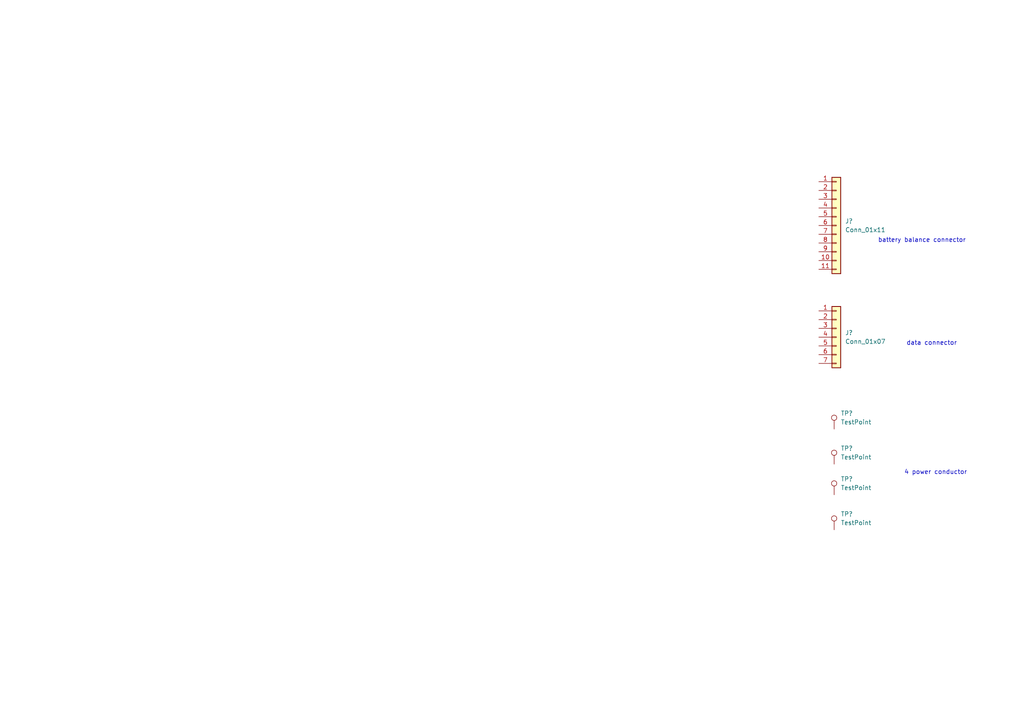
<source format=kicad_sch>
(kicad_sch (version 20211123) (generator eeschema)
  (paper "A4")
  (lib_symbols
    (symbol "Connector:TestPoint" (pin_numbers hide) (pin_names (offset 0.762) hide)
      (property "Reference" "TP" (at 0 6.858 0))
      (property "Value" "TestPoint" (at 0 5.08 0))
      (symbol "TestPoint_0_1"
        (circle (center 0 3.302) (radius 0.762))
      )
      (symbol "TestPoint_1_1"
        (pin passive line (at 0 0 90) (length 2.54) (name "1") (number "1"))
      )
    )
    (symbol "Connector_Generic:Conn_01x07" (pin_names (offset 1.016) hide)
      (property "Reference" "J" (at 0 10.16 0))
      (property "Value" "Conn_01x07" (at 0 -10.16 0))
      (symbol "Conn_01x07_1_1"
        (rectangle (start -1.27 -7.493) (end 0 -7.747) (stroke (width 0.1524)))
        (rectangle (start -1.27 -4.953) (end 0 -5.207) (stroke (width 0.1524)))
        (rectangle (start -1.27 -2.413) (end 0 -2.667) (stroke (width 0.1524)))
        (rectangle (start -1.27 0.127) (end 0 -0.127) (stroke (width 0.1524)))
        (rectangle (start -1.27 2.667) (end 0 2.413) (stroke (width 0.1524)))
        (rectangle (start -1.27 5.207) (end 0 4.953) (stroke (width 0.1524)))
        (rectangle (start -1.27 7.747) (end 0 7.493) (stroke (width 0.1524)))
        (rectangle (start -1.27 8.89) (end 1.27 -8.89) (stroke (width 0.254)) (fill (type background)))
        (pin passive line (at -5.08 7.62 0) (length 3.81) (name "Pin_1") (number "1"))
        (pin passive line (at -5.08 5.08 0) (length 3.81) (name "Pin_2") (number "2"))
        (pin passive line (at -5.08 2.54 0) (length 3.81) (name "Pin_3") (number "3"))
        (pin passive line (at -5.08 0 0) (length 3.81) (name "Pin_4") (number "4"))
        (pin passive line (at -5.08 -2.54 0) (length 3.81) (name "Pin_5") (number "5"))
        (pin passive line (at -5.08 -5.08 0) (length 3.81) (name "Pin_6") (number "6"))
        (pin passive line (at -5.08 -7.62 0) (length 3.81) (name "Pin_7") (number "7"))
      )
    )
    (symbol "Connector_Generic:Conn_01x11" (pin_names (offset 1.016) hide)
      (property "Reference" "J" (at 0 15.24 0))
      (property "Value" "Conn_01x11" (at 0 -15.24 0))
      (symbol "Conn_01x11_1_1"
        (rectangle (start -1.27 -12.573) (end 0 -12.827) (stroke (width 0.1524)))
        (rectangle (start -1.27 -10.033) (end 0 -10.287) (stroke (width 0.1524)))
        (rectangle (start -1.27 -7.493) (end 0 -7.747) (stroke (width 0.1524)))
        (rectangle (start -1.27 -4.953) (end 0 -5.207) (stroke (width 0.1524)))
        (rectangle (start -1.27 -2.413) (end 0 -2.667) (stroke (width 0.1524)))
        (rectangle (start -1.27 0.127) (end 0 -0.127) (stroke (width 0.1524)))
        (rectangle (start -1.27 2.667) (end 0 2.413) (stroke (width 0.1524)))
        (rectangle (start -1.27 5.207) (end 0 4.953) (stroke (width 0.1524)))
        (rectangle (start -1.27 7.747) (end 0 7.493) (stroke (width 0.1524)))
        (rectangle (start -1.27 10.287) (end 0 10.033) (stroke (width 0.1524)))
        (rectangle (start -1.27 12.827) (end 0 12.573) (stroke (width 0.1524)))
        (rectangle (start -1.27 13.97) (end 1.27 -13.97) (stroke (width 0.254)) (fill (type background)))
        (pin passive line (at -5.08 12.7 0) (length 3.81) (name "Pin_1") (number "1"))
        (pin passive line (at -5.08 -10.16 0) (length 3.81) (name "Pin_10") (number "10"))
        (pin passive line (at -5.08 -12.7 0) (length 3.81) (name "Pin_11") (number "11"))
        (pin passive line (at -5.08 10.16 0) (length 3.81) (name "Pin_2") (number "2"))
        (pin passive line (at -5.08 7.62 0) (length 3.81) (name "Pin_3") (number "3"))
        (pin passive line (at -5.08 5.08 0) (length 3.81) (name "Pin_4") (number "4"))
        (pin passive line (at -5.08 2.54 0) (length 3.81) (name "Pin_5") (number "5"))
        (pin passive line (at -5.08 0 0) (length 3.81) (name "Pin_6") (number "6"))
        (pin passive line (at -5.08 -2.54 0) (length 3.81) (name "Pin_7") (number "7"))
        (pin passive line (at -5.08 -5.08 0) (length 3.81) (name "Pin_8") (number "8"))
        (pin passive line (at -5.08 -7.62 0) (length 3.81) (name "Pin_9") (number "9"))
      )
    )
  )
  (text "4 power conductor" (at 262.255 137.795 0) (effects (font (size 1.27 1.27)) (justify left bottom)))
  (text "data connector" (at 262.89 100.33 0) (effects (font (size 1.27 1.27)) (justify left bottom)))
  (text "battery balance connector" (at 254.635 70.485 0) (effects (font (size 1.27 1.27)) (justify left bottom)))
  (symbol (lib_id "Connector_Generic:Conn_01x11") (at 242.57 65.405 0) (unit 1)
    (property "Reference" "J?" (at 245.11 64.1349 0) (effects (justify left)))
    (property "Value" "Conn_01x11" (at 245.11 66.6749 0) (effects (justify left)))
  )
  (symbol (lib_id "Connector:TestPoint") (at 241.935 124.46 0) (unit 1)
    (property "Reference" "TP?" (at 243.84 119.8879 0) (effects (justify left)))
    (property "Value" "TestPoint" (at 243.84 122.4279 0) (effects (justify left)))
  )
  (symbol (lib_id "Connector:TestPoint") (at 241.935 153.67 0) (unit 1)
    (property "Reference" "TP?" (at 243.84 149.0979 0) (effects (justify left)))
    (property "Value" "TestPoint" (at 243.84 151.6379 0) (effects (justify left)))
  )
  (symbol (lib_id "Connector:TestPoint") (at 241.935 143.51 0) (unit 1)
    (property "Reference" "TP?" (at 243.84 138.9379 0) (effects (justify left)))
    (property "Value" "TestPoint" (at 243.84 141.4779 0) (effects (justify left)))
  )
  (symbol (lib_id "Connector:TestPoint") (at 241.935 134.62 0) (unit 1)
    (property "Reference" "TP?" (at 243.84 130.0479 0) (effects (justify left)))
    (property "Value" "TestPoint" (at 243.84 132.5879 0) (effects (justify left)))
  )
  (symbol (lib_id "Connector_Generic:Conn_01x07") (at 242.57 97.79 0) (unit 1)
    (property "Reference" "J?" (at 245.11 96.5199 0) (effects (justify left)))
    (property "Value" "Conn_01x07" (at 245.11 99.0599 0) (effects (justify left)))
  )
)
</source>
